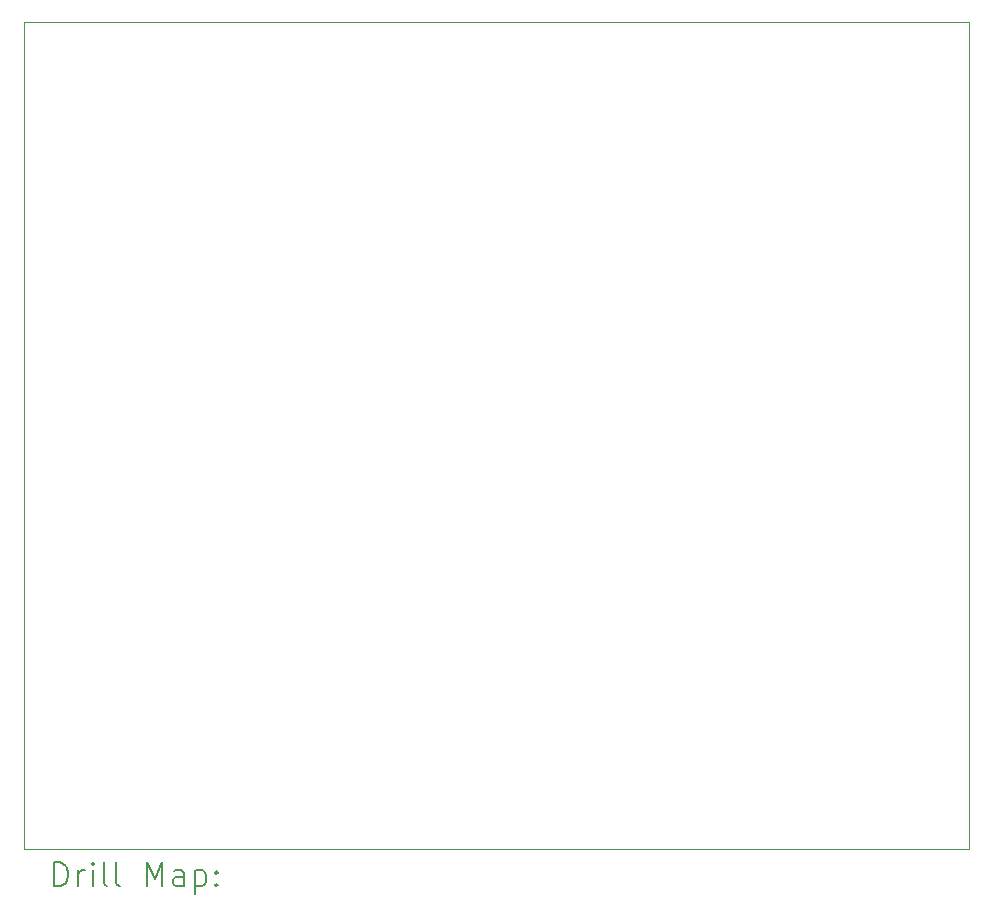
<source format=gbr>
%TF.GenerationSoftware,KiCad,Pcbnew,8.0.4*%
%TF.CreationDate,2024-10-11T16:18:34-05:00*%
%TF.ProjectId,final_project_v0.1,66696e61-6c5f-4707-926f-6a6563745f76,rev?*%
%TF.SameCoordinates,Original*%
%TF.FileFunction,Drillmap*%
%TF.FilePolarity,Positive*%
%FSLAX45Y45*%
G04 Gerber Fmt 4.5, Leading zero omitted, Abs format (unit mm)*
G04 Created by KiCad (PCBNEW 8.0.4) date 2024-10-11 16:18:34*
%MOMM*%
%LPD*%
G01*
G04 APERTURE LIST*
%ADD10C,0.050000*%
%ADD11C,0.200000*%
G04 APERTURE END LIST*
D10*
X10000000Y-5000000D02*
X18000000Y-5000000D01*
X18000000Y-12000000D01*
X10000000Y-12000000D01*
X10000000Y-5000000D01*
D11*
X10258277Y-12313984D02*
X10258277Y-12113984D01*
X10258277Y-12113984D02*
X10305896Y-12113984D01*
X10305896Y-12113984D02*
X10334467Y-12123508D01*
X10334467Y-12123508D02*
X10353515Y-12142555D01*
X10353515Y-12142555D02*
X10363039Y-12161603D01*
X10363039Y-12161603D02*
X10372563Y-12199698D01*
X10372563Y-12199698D02*
X10372563Y-12228269D01*
X10372563Y-12228269D02*
X10363039Y-12266365D01*
X10363039Y-12266365D02*
X10353515Y-12285412D01*
X10353515Y-12285412D02*
X10334467Y-12304460D01*
X10334467Y-12304460D02*
X10305896Y-12313984D01*
X10305896Y-12313984D02*
X10258277Y-12313984D01*
X10458277Y-12313984D02*
X10458277Y-12180650D01*
X10458277Y-12218746D02*
X10467801Y-12199698D01*
X10467801Y-12199698D02*
X10477324Y-12190174D01*
X10477324Y-12190174D02*
X10496372Y-12180650D01*
X10496372Y-12180650D02*
X10515420Y-12180650D01*
X10582086Y-12313984D02*
X10582086Y-12180650D01*
X10582086Y-12113984D02*
X10572563Y-12123508D01*
X10572563Y-12123508D02*
X10582086Y-12133031D01*
X10582086Y-12133031D02*
X10591610Y-12123508D01*
X10591610Y-12123508D02*
X10582086Y-12113984D01*
X10582086Y-12113984D02*
X10582086Y-12133031D01*
X10705896Y-12313984D02*
X10686848Y-12304460D01*
X10686848Y-12304460D02*
X10677324Y-12285412D01*
X10677324Y-12285412D02*
X10677324Y-12113984D01*
X10810658Y-12313984D02*
X10791610Y-12304460D01*
X10791610Y-12304460D02*
X10782086Y-12285412D01*
X10782086Y-12285412D02*
X10782086Y-12113984D01*
X11039229Y-12313984D02*
X11039229Y-12113984D01*
X11039229Y-12113984D02*
X11105896Y-12256841D01*
X11105896Y-12256841D02*
X11172563Y-12113984D01*
X11172563Y-12113984D02*
X11172563Y-12313984D01*
X11353515Y-12313984D02*
X11353515Y-12209222D01*
X11353515Y-12209222D02*
X11343991Y-12190174D01*
X11343991Y-12190174D02*
X11324943Y-12180650D01*
X11324943Y-12180650D02*
X11286848Y-12180650D01*
X11286848Y-12180650D02*
X11267801Y-12190174D01*
X11353515Y-12304460D02*
X11334467Y-12313984D01*
X11334467Y-12313984D02*
X11286848Y-12313984D01*
X11286848Y-12313984D02*
X11267801Y-12304460D01*
X11267801Y-12304460D02*
X11258277Y-12285412D01*
X11258277Y-12285412D02*
X11258277Y-12266365D01*
X11258277Y-12266365D02*
X11267801Y-12247317D01*
X11267801Y-12247317D02*
X11286848Y-12237793D01*
X11286848Y-12237793D02*
X11334467Y-12237793D01*
X11334467Y-12237793D02*
X11353515Y-12228269D01*
X11448753Y-12180650D02*
X11448753Y-12380650D01*
X11448753Y-12190174D02*
X11467801Y-12180650D01*
X11467801Y-12180650D02*
X11505896Y-12180650D01*
X11505896Y-12180650D02*
X11524943Y-12190174D01*
X11524943Y-12190174D02*
X11534467Y-12199698D01*
X11534467Y-12199698D02*
X11543991Y-12218746D01*
X11543991Y-12218746D02*
X11543991Y-12275888D01*
X11543991Y-12275888D02*
X11534467Y-12294936D01*
X11534467Y-12294936D02*
X11524943Y-12304460D01*
X11524943Y-12304460D02*
X11505896Y-12313984D01*
X11505896Y-12313984D02*
X11467801Y-12313984D01*
X11467801Y-12313984D02*
X11448753Y-12304460D01*
X11629705Y-12294936D02*
X11639229Y-12304460D01*
X11639229Y-12304460D02*
X11629705Y-12313984D01*
X11629705Y-12313984D02*
X11620182Y-12304460D01*
X11620182Y-12304460D02*
X11629705Y-12294936D01*
X11629705Y-12294936D02*
X11629705Y-12313984D01*
X11629705Y-12190174D02*
X11639229Y-12199698D01*
X11639229Y-12199698D02*
X11629705Y-12209222D01*
X11629705Y-12209222D02*
X11620182Y-12199698D01*
X11620182Y-12199698D02*
X11629705Y-12190174D01*
X11629705Y-12190174D02*
X11629705Y-12209222D01*
M02*

</source>
